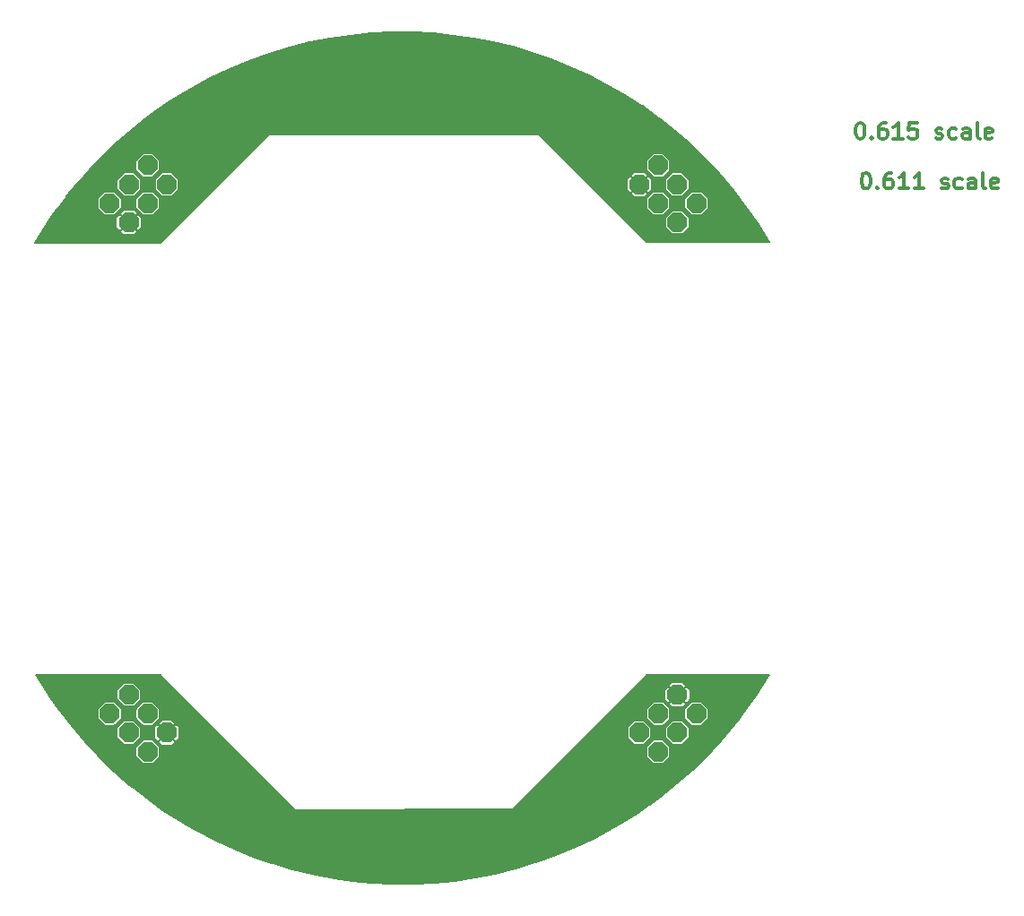
<source format=gbr>
%TF.GenerationSoftware,KiCad,Pcbnew,8.0.0*%
%TF.CreationDate,2024-04-10T23:53:27-03:00*%
%TF.ProjectId,sponsor_v1.0,73706f6e-736f-4725-9f76-312e302e6b69,rev?*%
%TF.SameCoordinates,Original*%
%TF.FileFunction,Copper,L1,Top*%
%TF.FilePolarity,Positive*%
%FSLAX46Y46*%
G04 Gerber Fmt 4.6, Leading zero omitted, Abs format (unit mm)*
G04 Created by KiCad (PCBNEW 8.0.0) date 2024-04-10 23:53:27*
%MOMM*%
%LPD*%
G01*
G04 APERTURE LIST*
G04 Aperture macros list*
%AMOutline5P*
0 Free polygon, 5 corners , with rotation*
0 The origin of the aperture is its center*
0 number of corners: always 5*
0 $1 to $10 corner X, Y*
0 $11 Rotation angle, in degrees counterclockwise*
0 create outline with 5 corners*
4,1,5,$1,$2,$3,$4,$5,$6,$7,$8,$9,$10,$1,$2,$11*%
%AMOutline6P*
0 Free polygon, 6 corners , with rotation*
0 The origin of the aperture is its center*
0 number of corners: always 6*
0 $1 to $12 corner X, Y*
0 $13 Rotation angle, in degrees counterclockwise*
0 create outline with 6 corners*
4,1,6,$1,$2,$3,$4,$5,$6,$7,$8,$9,$10,$11,$12,$1,$2,$13*%
%AMOutline7P*
0 Free polygon, 7 corners , with rotation*
0 The origin of the aperture is its center*
0 number of corners: always 7*
0 $1 to $14 corner X, Y*
0 $15 Rotation angle, in degrees counterclockwise*
0 create outline with 7 corners*
4,1,7,$1,$2,$3,$4,$5,$6,$7,$8,$9,$10,$11,$12,$13,$14,$1,$2,$15*%
%AMOutline8P*
0 Free polygon, 8 corners , with rotation*
0 The origin of the aperture is its center*
0 number of corners: always 8*
0 $1 to $16 corner X, Y*
0 $17 Rotation angle, in degrees counterclockwise*
0 create outline with 8 corners*
4,1,8,$1,$2,$3,$4,$5,$6,$7,$8,$9,$10,$11,$12,$13,$14,$15,$16,$1,$2,$17*%
G04 Aperture macros list end*
%ADD10C,0.300000*%
%TA.AperFunction,NonConductor*%
%ADD11C,0.300000*%
%TD*%
%TA.AperFunction,ComponentPad*%
%ADD12Outline8P,-0.914400X0.378757X-0.378757X0.914400X0.378757X0.914400X0.914400X0.378757X0.914400X-0.378757X0.378757X-0.914400X-0.378757X-0.914400X-0.914400X-0.378757X315.000000*%
%TD*%
%TA.AperFunction,ComponentPad*%
%ADD13Outline8P,-0.914400X0.378757X-0.378757X0.914400X0.378757X0.914400X0.914400X0.378757X0.914400X-0.378757X0.378757X-0.914400X-0.378757X-0.914400X-0.914400X-0.378757X135.000000*%
%TD*%
%TA.AperFunction,ComponentPad*%
%ADD14Outline8P,-0.914400X0.378757X-0.378757X0.914400X0.378757X0.914400X0.914400X0.378757X0.914400X-0.378757X0.378757X-0.914400X-0.378757X-0.914400X-0.914400X-0.378757X45.000000*%
%TD*%
%TA.AperFunction,ComponentPad*%
%ADD15Outline8P,-0.914400X0.378757X-0.378757X0.914400X0.378757X0.914400X0.914400X0.378757X0.914400X-0.378757X0.378757X-0.914400X-0.378757X-0.914400X-0.914400X-0.378757X225.000000*%
%TD*%
G04 APERTURE END LIST*
D10*
D11*
X197140225Y-78010828D02*
X197283082Y-78010828D01*
X197283082Y-78010828D02*
X197425939Y-78082257D01*
X197425939Y-78082257D02*
X197497368Y-78153685D01*
X197497368Y-78153685D02*
X197568796Y-78296542D01*
X197568796Y-78296542D02*
X197640225Y-78582257D01*
X197640225Y-78582257D02*
X197640225Y-78939400D01*
X197640225Y-78939400D02*
X197568796Y-79225114D01*
X197568796Y-79225114D02*
X197497368Y-79367971D01*
X197497368Y-79367971D02*
X197425939Y-79439400D01*
X197425939Y-79439400D02*
X197283082Y-79510828D01*
X197283082Y-79510828D02*
X197140225Y-79510828D01*
X197140225Y-79510828D02*
X196997368Y-79439400D01*
X196997368Y-79439400D02*
X196925939Y-79367971D01*
X196925939Y-79367971D02*
X196854510Y-79225114D01*
X196854510Y-79225114D02*
X196783082Y-78939400D01*
X196783082Y-78939400D02*
X196783082Y-78582257D01*
X196783082Y-78582257D02*
X196854510Y-78296542D01*
X196854510Y-78296542D02*
X196925939Y-78153685D01*
X196925939Y-78153685D02*
X196997368Y-78082257D01*
X196997368Y-78082257D02*
X197140225Y-78010828D01*
X198283081Y-79367971D02*
X198354510Y-79439400D01*
X198354510Y-79439400D02*
X198283081Y-79510828D01*
X198283081Y-79510828D02*
X198211653Y-79439400D01*
X198211653Y-79439400D02*
X198283081Y-79367971D01*
X198283081Y-79367971D02*
X198283081Y-79510828D01*
X199640225Y-78010828D02*
X199354510Y-78010828D01*
X199354510Y-78010828D02*
X199211653Y-78082257D01*
X199211653Y-78082257D02*
X199140225Y-78153685D01*
X199140225Y-78153685D02*
X198997367Y-78367971D01*
X198997367Y-78367971D02*
X198925939Y-78653685D01*
X198925939Y-78653685D02*
X198925939Y-79225114D01*
X198925939Y-79225114D02*
X198997367Y-79367971D01*
X198997367Y-79367971D02*
X199068796Y-79439400D01*
X199068796Y-79439400D02*
X199211653Y-79510828D01*
X199211653Y-79510828D02*
X199497367Y-79510828D01*
X199497367Y-79510828D02*
X199640225Y-79439400D01*
X199640225Y-79439400D02*
X199711653Y-79367971D01*
X199711653Y-79367971D02*
X199783082Y-79225114D01*
X199783082Y-79225114D02*
X199783082Y-78867971D01*
X199783082Y-78867971D02*
X199711653Y-78725114D01*
X199711653Y-78725114D02*
X199640225Y-78653685D01*
X199640225Y-78653685D02*
X199497367Y-78582257D01*
X199497367Y-78582257D02*
X199211653Y-78582257D01*
X199211653Y-78582257D02*
X199068796Y-78653685D01*
X199068796Y-78653685D02*
X198997367Y-78725114D01*
X198997367Y-78725114D02*
X198925939Y-78867971D01*
X201211653Y-79510828D02*
X200354510Y-79510828D01*
X200783081Y-79510828D02*
X200783081Y-78010828D01*
X200783081Y-78010828D02*
X200640224Y-78225114D01*
X200640224Y-78225114D02*
X200497367Y-78367971D01*
X200497367Y-78367971D02*
X200354510Y-78439400D01*
X202640224Y-79510828D02*
X201783081Y-79510828D01*
X202211652Y-79510828D02*
X202211652Y-78010828D01*
X202211652Y-78010828D02*
X202068795Y-78225114D01*
X202068795Y-78225114D02*
X201925938Y-78367971D01*
X201925938Y-78367971D02*
X201783081Y-78439400D01*
X204354509Y-79439400D02*
X204497366Y-79510828D01*
X204497366Y-79510828D02*
X204783080Y-79510828D01*
X204783080Y-79510828D02*
X204925937Y-79439400D01*
X204925937Y-79439400D02*
X204997366Y-79296542D01*
X204997366Y-79296542D02*
X204997366Y-79225114D01*
X204997366Y-79225114D02*
X204925937Y-79082257D01*
X204925937Y-79082257D02*
X204783080Y-79010828D01*
X204783080Y-79010828D02*
X204568795Y-79010828D01*
X204568795Y-79010828D02*
X204425937Y-78939400D01*
X204425937Y-78939400D02*
X204354509Y-78796542D01*
X204354509Y-78796542D02*
X204354509Y-78725114D01*
X204354509Y-78725114D02*
X204425937Y-78582257D01*
X204425937Y-78582257D02*
X204568795Y-78510828D01*
X204568795Y-78510828D02*
X204783080Y-78510828D01*
X204783080Y-78510828D02*
X204925937Y-78582257D01*
X206283081Y-79439400D02*
X206140223Y-79510828D01*
X206140223Y-79510828D02*
X205854509Y-79510828D01*
X205854509Y-79510828D02*
X205711652Y-79439400D01*
X205711652Y-79439400D02*
X205640223Y-79367971D01*
X205640223Y-79367971D02*
X205568795Y-79225114D01*
X205568795Y-79225114D02*
X205568795Y-78796542D01*
X205568795Y-78796542D02*
X205640223Y-78653685D01*
X205640223Y-78653685D02*
X205711652Y-78582257D01*
X205711652Y-78582257D02*
X205854509Y-78510828D01*
X205854509Y-78510828D02*
X206140223Y-78510828D01*
X206140223Y-78510828D02*
X206283081Y-78582257D01*
X207568795Y-79510828D02*
X207568795Y-78725114D01*
X207568795Y-78725114D02*
X207497366Y-78582257D01*
X207497366Y-78582257D02*
X207354509Y-78510828D01*
X207354509Y-78510828D02*
X207068795Y-78510828D01*
X207068795Y-78510828D02*
X206925937Y-78582257D01*
X207568795Y-79439400D02*
X207425937Y-79510828D01*
X207425937Y-79510828D02*
X207068795Y-79510828D01*
X207068795Y-79510828D02*
X206925937Y-79439400D01*
X206925937Y-79439400D02*
X206854509Y-79296542D01*
X206854509Y-79296542D02*
X206854509Y-79153685D01*
X206854509Y-79153685D02*
X206925937Y-79010828D01*
X206925937Y-79010828D02*
X207068795Y-78939400D01*
X207068795Y-78939400D02*
X207425937Y-78939400D01*
X207425937Y-78939400D02*
X207568795Y-78867971D01*
X208497366Y-79510828D02*
X208354509Y-79439400D01*
X208354509Y-79439400D02*
X208283080Y-79296542D01*
X208283080Y-79296542D02*
X208283080Y-78010828D01*
X209640223Y-79439400D02*
X209497366Y-79510828D01*
X209497366Y-79510828D02*
X209211652Y-79510828D01*
X209211652Y-79510828D02*
X209068794Y-79439400D01*
X209068794Y-79439400D02*
X208997366Y-79296542D01*
X208997366Y-79296542D02*
X208997366Y-78725114D01*
X208997366Y-78725114D02*
X209068794Y-78582257D01*
X209068794Y-78582257D02*
X209211652Y-78510828D01*
X209211652Y-78510828D02*
X209497366Y-78510828D01*
X209497366Y-78510828D02*
X209640223Y-78582257D01*
X209640223Y-78582257D02*
X209711652Y-78725114D01*
X209711652Y-78725114D02*
X209711652Y-78867971D01*
X209711652Y-78867971D02*
X208997366Y-79010828D01*
D10*
D11*
X196600225Y-73280828D02*
X196743082Y-73280828D01*
X196743082Y-73280828D02*
X196885939Y-73352257D01*
X196885939Y-73352257D02*
X196957368Y-73423685D01*
X196957368Y-73423685D02*
X197028796Y-73566542D01*
X197028796Y-73566542D02*
X197100225Y-73852257D01*
X197100225Y-73852257D02*
X197100225Y-74209400D01*
X197100225Y-74209400D02*
X197028796Y-74495114D01*
X197028796Y-74495114D02*
X196957368Y-74637971D01*
X196957368Y-74637971D02*
X196885939Y-74709400D01*
X196885939Y-74709400D02*
X196743082Y-74780828D01*
X196743082Y-74780828D02*
X196600225Y-74780828D01*
X196600225Y-74780828D02*
X196457368Y-74709400D01*
X196457368Y-74709400D02*
X196385939Y-74637971D01*
X196385939Y-74637971D02*
X196314510Y-74495114D01*
X196314510Y-74495114D02*
X196243082Y-74209400D01*
X196243082Y-74209400D02*
X196243082Y-73852257D01*
X196243082Y-73852257D02*
X196314510Y-73566542D01*
X196314510Y-73566542D02*
X196385939Y-73423685D01*
X196385939Y-73423685D02*
X196457368Y-73352257D01*
X196457368Y-73352257D02*
X196600225Y-73280828D01*
X197743081Y-74637971D02*
X197814510Y-74709400D01*
X197814510Y-74709400D02*
X197743081Y-74780828D01*
X197743081Y-74780828D02*
X197671653Y-74709400D01*
X197671653Y-74709400D02*
X197743081Y-74637971D01*
X197743081Y-74637971D02*
X197743081Y-74780828D01*
X199100225Y-73280828D02*
X198814510Y-73280828D01*
X198814510Y-73280828D02*
X198671653Y-73352257D01*
X198671653Y-73352257D02*
X198600225Y-73423685D01*
X198600225Y-73423685D02*
X198457367Y-73637971D01*
X198457367Y-73637971D02*
X198385939Y-73923685D01*
X198385939Y-73923685D02*
X198385939Y-74495114D01*
X198385939Y-74495114D02*
X198457367Y-74637971D01*
X198457367Y-74637971D02*
X198528796Y-74709400D01*
X198528796Y-74709400D02*
X198671653Y-74780828D01*
X198671653Y-74780828D02*
X198957367Y-74780828D01*
X198957367Y-74780828D02*
X199100225Y-74709400D01*
X199100225Y-74709400D02*
X199171653Y-74637971D01*
X199171653Y-74637971D02*
X199243082Y-74495114D01*
X199243082Y-74495114D02*
X199243082Y-74137971D01*
X199243082Y-74137971D02*
X199171653Y-73995114D01*
X199171653Y-73995114D02*
X199100225Y-73923685D01*
X199100225Y-73923685D02*
X198957367Y-73852257D01*
X198957367Y-73852257D02*
X198671653Y-73852257D01*
X198671653Y-73852257D02*
X198528796Y-73923685D01*
X198528796Y-73923685D02*
X198457367Y-73995114D01*
X198457367Y-73995114D02*
X198385939Y-74137971D01*
X200671653Y-74780828D02*
X199814510Y-74780828D01*
X200243081Y-74780828D02*
X200243081Y-73280828D01*
X200243081Y-73280828D02*
X200100224Y-73495114D01*
X200100224Y-73495114D02*
X199957367Y-73637971D01*
X199957367Y-73637971D02*
X199814510Y-73709400D01*
X202028795Y-73280828D02*
X201314509Y-73280828D01*
X201314509Y-73280828D02*
X201243081Y-73995114D01*
X201243081Y-73995114D02*
X201314509Y-73923685D01*
X201314509Y-73923685D02*
X201457367Y-73852257D01*
X201457367Y-73852257D02*
X201814509Y-73852257D01*
X201814509Y-73852257D02*
X201957367Y-73923685D01*
X201957367Y-73923685D02*
X202028795Y-73995114D01*
X202028795Y-73995114D02*
X202100224Y-74137971D01*
X202100224Y-74137971D02*
X202100224Y-74495114D01*
X202100224Y-74495114D02*
X202028795Y-74637971D01*
X202028795Y-74637971D02*
X201957367Y-74709400D01*
X201957367Y-74709400D02*
X201814509Y-74780828D01*
X201814509Y-74780828D02*
X201457367Y-74780828D01*
X201457367Y-74780828D02*
X201314509Y-74709400D01*
X201314509Y-74709400D02*
X201243081Y-74637971D01*
X203814509Y-74709400D02*
X203957366Y-74780828D01*
X203957366Y-74780828D02*
X204243080Y-74780828D01*
X204243080Y-74780828D02*
X204385937Y-74709400D01*
X204385937Y-74709400D02*
X204457366Y-74566542D01*
X204457366Y-74566542D02*
X204457366Y-74495114D01*
X204457366Y-74495114D02*
X204385937Y-74352257D01*
X204385937Y-74352257D02*
X204243080Y-74280828D01*
X204243080Y-74280828D02*
X204028795Y-74280828D01*
X204028795Y-74280828D02*
X203885937Y-74209400D01*
X203885937Y-74209400D02*
X203814509Y-74066542D01*
X203814509Y-74066542D02*
X203814509Y-73995114D01*
X203814509Y-73995114D02*
X203885937Y-73852257D01*
X203885937Y-73852257D02*
X204028795Y-73780828D01*
X204028795Y-73780828D02*
X204243080Y-73780828D01*
X204243080Y-73780828D02*
X204385937Y-73852257D01*
X205743081Y-74709400D02*
X205600223Y-74780828D01*
X205600223Y-74780828D02*
X205314509Y-74780828D01*
X205314509Y-74780828D02*
X205171652Y-74709400D01*
X205171652Y-74709400D02*
X205100223Y-74637971D01*
X205100223Y-74637971D02*
X205028795Y-74495114D01*
X205028795Y-74495114D02*
X205028795Y-74066542D01*
X205028795Y-74066542D02*
X205100223Y-73923685D01*
X205100223Y-73923685D02*
X205171652Y-73852257D01*
X205171652Y-73852257D02*
X205314509Y-73780828D01*
X205314509Y-73780828D02*
X205600223Y-73780828D01*
X205600223Y-73780828D02*
X205743081Y-73852257D01*
X207028795Y-74780828D02*
X207028795Y-73995114D01*
X207028795Y-73995114D02*
X206957366Y-73852257D01*
X206957366Y-73852257D02*
X206814509Y-73780828D01*
X206814509Y-73780828D02*
X206528795Y-73780828D01*
X206528795Y-73780828D02*
X206385937Y-73852257D01*
X207028795Y-74709400D02*
X206885937Y-74780828D01*
X206885937Y-74780828D02*
X206528795Y-74780828D01*
X206528795Y-74780828D02*
X206385937Y-74709400D01*
X206385937Y-74709400D02*
X206314509Y-74566542D01*
X206314509Y-74566542D02*
X206314509Y-74423685D01*
X206314509Y-74423685D02*
X206385937Y-74280828D01*
X206385937Y-74280828D02*
X206528795Y-74209400D01*
X206528795Y-74209400D02*
X206885937Y-74209400D01*
X206885937Y-74209400D02*
X207028795Y-74137971D01*
X207957366Y-74780828D02*
X207814509Y-74709400D01*
X207814509Y-74709400D02*
X207743080Y-74566542D01*
X207743080Y-74566542D02*
X207743080Y-73280828D01*
X209100223Y-74709400D02*
X208957366Y-74780828D01*
X208957366Y-74780828D02*
X208671652Y-74780828D01*
X208671652Y-74780828D02*
X208528794Y-74709400D01*
X208528794Y-74709400D02*
X208457366Y-74566542D01*
X208457366Y-74566542D02*
X208457366Y-73995114D01*
X208457366Y-73995114D02*
X208528794Y-73852257D01*
X208528794Y-73852257D02*
X208671652Y-73780828D01*
X208671652Y-73780828D02*
X208957366Y-73780828D01*
X208957366Y-73780828D02*
X209100223Y-73852257D01*
X209100223Y-73852257D02*
X209171652Y-73995114D01*
X209171652Y-73995114D02*
X209171652Y-74137971D01*
X209171652Y-74137971D02*
X208457366Y-74280828D01*
D12*
%TO.P,JP1,1*%
%TO.N,GND2*%
X175807023Y-79105574D03*
%TO.P,JP1,2*%
%TO.N,N/C*%
X177603074Y-77309523D03*
%TO.P,JP1,3*%
X177603074Y-80901626D03*
%TO.P,JP1,4*%
X179399126Y-79105574D03*
%TO.P,JP1,5*%
X179399126Y-82697677D03*
%TO.P,JP1,6*%
X181195177Y-80901626D03*
%TD*%
D13*
%TO.P,JP3,1*%
%TO.N,GND*%
X131195177Y-130901626D03*
%TO.P,JP3,2*%
%TO.N,N/C*%
X129399126Y-132697677D03*
%TO.P,JP3,3*%
X129399126Y-129105574D03*
%TO.P,JP3,4*%
X127603074Y-130901626D03*
%TO.P,JP3,5*%
X127603074Y-127309523D03*
%TO.P,JP3,6*%
X125807023Y-129105574D03*
%TD*%
D14*
%TO.P,JP4,6*%
%TO.N,N/C*%
X129399126Y-77309523D03*
%TO.P,JP4,5*%
X131195177Y-79105574D03*
%TO.P,JP4,4*%
X127603074Y-79105574D03*
%TO.P,JP4,3*%
X129399126Y-80901626D03*
%TO.P,JP4,2*%
X125807023Y-80901626D03*
%TO.P,JP4,1*%
%TO.N,GND2*%
X127603074Y-82697677D03*
%TD*%
D15*
%TO.P,JP2,1*%
%TO.N,GND*%
X179399126Y-127309523D03*
%TO.P,JP2,2*%
%TO.N,N/C*%
X181195177Y-129105574D03*
%TO.P,JP2,3*%
X177603074Y-129105574D03*
%TO.P,JP2,4*%
X179399126Y-130901626D03*
%TO.P,JP2,5*%
X175807023Y-130901626D03*
%TO.P,JP2,6*%
X177603074Y-132697677D03*
%TD*%
%TA.AperFunction,Conductor*%
%TO.N,GND2*%
G36*
X154376565Y-64676411D02*
G01*
X156303622Y-64768452D01*
X156305331Y-64768574D01*
X158222351Y-64952254D01*
X158224104Y-64952464D01*
X160127601Y-65226852D01*
X160129330Y-65227143D01*
X162016067Y-65591342D01*
X162017727Y-65591704D01*
X163884216Y-66044783D01*
X163885856Y-66045222D01*
X165728729Y-66586263D01*
X165730369Y-66586787D01*
X167406655Y-67166596D01*
X167546185Y-67214858D01*
X167547835Y-67215473D01*
X169333227Y-67929658D01*
X169334824Y-67930342D01*
X171086399Y-68729723D01*
X171087992Y-68730496D01*
X172802417Y-69614181D01*
X172803955Y-69615022D01*
X174477740Y-70582041D01*
X174479232Y-70582950D01*
X175625079Y-71320783D01*
X176109087Y-71632445D01*
X176110572Y-71633454D01*
X177692962Y-72764407D01*
X177694388Y-72765478D01*
X177862756Y-72898661D01*
X179226079Y-73977083D01*
X179227476Y-73978245D01*
X180704971Y-75269498D01*
X180706317Y-75270734D01*
X182126291Y-76640778D01*
X182127578Y-76642083D01*
X183468866Y-78071068D01*
X183486573Y-78089932D01*
X183487803Y-78091309D01*
X184782515Y-79616138D01*
X184783680Y-79617582D01*
X186010644Y-81218388D01*
X186011739Y-81219893D01*
X187167637Y-82895860D01*
X187168657Y-82897423D01*
X188191863Y-84553399D01*
X188196409Y-84581428D01*
X188179803Y-84604461D01*
X188160302Y-84610000D01*
X176485368Y-84610000D01*
X176459134Y-84599134D01*
X174948989Y-83088989D01*
X178357226Y-83088989D01*
X178357228Y-83089002D01*
X178364620Y-83126176D01*
X178364623Y-83126182D01*
X178385689Y-83157709D01*
X178939090Y-83711110D01*
X178970621Y-83732179D01*
X179007814Y-83739577D01*
X179790442Y-83739576D01*
X179798132Y-83738046D01*
X179827625Y-83732182D01*
X179827627Y-83732180D01*
X179827631Y-83732180D01*
X179859158Y-83711114D01*
X180412559Y-83157713D01*
X180433628Y-83126182D01*
X180441026Y-83088989D01*
X180441025Y-82306361D01*
X180440941Y-82305940D01*
X180433631Y-82269177D01*
X180433627Y-82269169D01*
X180414102Y-82239948D01*
X180412563Y-82237645D01*
X179859162Y-81684244D01*
X179859156Y-81684240D01*
X179827634Y-81663177D01*
X179827633Y-81663176D01*
X179827631Y-81663175D01*
X179827627Y-81663174D01*
X179790439Y-81655777D01*
X179007813Y-81655777D01*
X179007800Y-81655779D01*
X178970626Y-81663171D01*
X178970618Y-81663175D01*
X178939097Y-81684237D01*
X178385690Y-82237644D01*
X178364626Y-82269168D01*
X178364623Y-82269175D01*
X178357226Y-82306359D01*
X178357226Y-83088989D01*
X174948989Y-83088989D01*
X173152938Y-81292938D01*
X176561174Y-81292938D01*
X176561176Y-81292951D01*
X176568568Y-81330125D01*
X176568572Y-81330133D01*
X176576580Y-81342117D01*
X176589637Y-81361658D01*
X177143038Y-81915059D01*
X177174569Y-81936128D01*
X177211762Y-81943526D01*
X177994390Y-81943525D01*
X178002080Y-81941995D01*
X178031573Y-81936131D01*
X178031575Y-81936129D01*
X178031579Y-81936129D01*
X178063106Y-81915063D01*
X178616507Y-81361662D01*
X178637576Y-81330131D01*
X178644974Y-81292938D01*
X180153277Y-81292938D01*
X180153279Y-81292951D01*
X180160671Y-81330125D01*
X180160675Y-81330133D01*
X180168683Y-81342117D01*
X180181740Y-81361658D01*
X180735141Y-81915059D01*
X180766672Y-81936128D01*
X180803865Y-81943526D01*
X181586493Y-81943525D01*
X181594183Y-81941995D01*
X181623676Y-81936131D01*
X181623678Y-81936129D01*
X181623682Y-81936129D01*
X181655209Y-81915063D01*
X182208610Y-81361662D01*
X182229679Y-81330131D01*
X182237077Y-81292938D01*
X182237076Y-80510310D01*
X182236992Y-80509889D01*
X182229682Y-80473126D01*
X182229678Y-80473118D01*
X182208616Y-80441597D01*
X182208614Y-80441594D01*
X181655213Y-79888193D01*
X181655207Y-79888189D01*
X181623685Y-79867126D01*
X181623684Y-79867125D01*
X181623682Y-79867124D01*
X181623678Y-79867123D01*
X181586490Y-79859726D01*
X180803864Y-79859726D01*
X180803851Y-79859728D01*
X180766677Y-79867120D01*
X180766669Y-79867124D01*
X180735148Y-79888186D01*
X180181741Y-80441593D01*
X180160677Y-80473117D01*
X180160674Y-80473124D01*
X180153277Y-80510308D01*
X180153277Y-81292938D01*
X178644974Y-81292938D01*
X178644973Y-80510310D01*
X178644889Y-80509889D01*
X178637579Y-80473126D01*
X178637575Y-80473118D01*
X178616513Y-80441597D01*
X178616511Y-80441594D01*
X178063110Y-79888193D01*
X178063104Y-79888189D01*
X178031582Y-79867126D01*
X178031581Y-79867125D01*
X178031579Y-79867124D01*
X178031575Y-79867123D01*
X177994387Y-79859726D01*
X177211761Y-79859726D01*
X177211748Y-79859728D01*
X177174574Y-79867120D01*
X177174566Y-79867124D01*
X177143045Y-79888186D01*
X176589638Y-80441593D01*
X176568574Y-80473117D01*
X176568571Y-80473124D01*
X176561174Y-80510308D01*
X176561174Y-81292938D01*
X173152938Y-81292938D01*
X171394073Y-79534073D01*
X171364269Y-79504269D01*
X174690223Y-79504269D01*
X174701967Y-79563305D01*
X174735407Y-79613350D01*
X174945767Y-79823710D01*
X175382754Y-79386721D01*
X175400521Y-79417494D01*
X175495103Y-79512076D01*
X175525873Y-79529841D01*
X175088886Y-79966829D01*
X175299247Y-80177190D01*
X175349292Y-80210628D01*
X175349294Y-80210629D01*
X175408326Y-80222373D01*
X175408332Y-80222374D01*
X176205713Y-80222374D01*
X176205718Y-80222373D01*
X176264754Y-80210629D01*
X176314799Y-80177189D01*
X176525159Y-79966829D01*
X176088171Y-79529841D01*
X176118943Y-79512076D01*
X176213525Y-79417494D01*
X176231290Y-79386722D01*
X176668278Y-79823710D01*
X176878639Y-79613349D01*
X176912077Y-79563304D01*
X176912078Y-79563302D01*
X176923822Y-79504270D01*
X176923823Y-79504264D01*
X176923823Y-79496886D01*
X178357226Y-79496886D01*
X178357228Y-79496899D01*
X178364620Y-79534073D01*
X178364623Y-79534079D01*
X178385689Y-79565606D01*
X178939090Y-80119007D01*
X178970621Y-80140076D01*
X179007814Y-80147474D01*
X179790442Y-80147473D01*
X179798132Y-80145943D01*
X179827625Y-80140079D01*
X179827627Y-80140077D01*
X179827631Y-80140077D01*
X179859158Y-80119011D01*
X180412559Y-79565610D01*
X180433628Y-79534079D01*
X180441026Y-79496886D01*
X180441025Y-78714258D01*
X180440941Y-78713837D01*
X180433631Y-78677074D01*
X180433627Y-78677066D01*
X180414102Y-78647845D01*
X180412563Y-78645542D01*
X179859162Y-78092141D01*
X179859156Y-78092137D01*
X179827634Y-78071074D01*
X179827633Y-78071073D01*
X179827631Y-78071072D01*
X179827627Y-78071071D01*
X179790439Y-78063674D01*
X179007813Y-78063674D01*
X179007800Y-78063676D01*
X178970626Y-78071068D01*
X178970618Y-78071072D01*
X178939097Y-78092134D01*
X178385690Y-78645541D01*
X178364626Y-78677065D01*
X178364623Y-78677072D01*
X178357226Y-78714256D01*
X178357226Y-79496886D01*
X176923823Y-79496886D01*
X176923823Y-78706884D01*
X176923822Y-78706878D01*
X176912078Y-78647842D01*
X176878638Y-78597797D01*
X176668278Y-78387437D01*
X176231290Y-78824424D01*
X176213525Y-78793654D01*
X176118943Y-78699072D01*
X176088170Y-78681305D01*
X176525159Y-78244318D01*
X176314798Y-78033957D01*
X176264753Y-78000519D01*
X176264751Y-78000518D01*
X176205719Y-77988774D01*
X175408327Y-77988774D01*
X175349291Y-78000518D01*
X175299246Y-78033958D01*
X175088886Y-78244318D01*
X175525874Y-78681306D01*
X175495103Y-78699072D01*
X175400521Y-78793654D01*
X175382755Y-78824425D01*
X174945766Y-78387437D01*
X174735408Y-78597795D01*
X174701968Y-78647843D01*
X174701967Y-78647845D01*
X174690223Y-78706877D01*
X174690223Y-79504269D01*
X171364269Y-79504269D01*
X169560835Y-77700835D01*
X176561174Y-77700835D01*
X176561176Y-77700848D01*
X176568568Y-77738022D01*
X176568571Y-77738028D01*
X176589637Y-77769555D01*
X177143038Y-78322956D01*
X177174569Y-78344025D01*
X177211762Y-78351423D01*
X177994390Y-78351422D01*
X178002080Y-78349892D01*
X178031573Y-78344028D01*
X178031575Y-78344026D01*
X178031579Y-78344026D01*
X178063106Y-78322960D01*
X178616507Y-77769559D01*
X178637576Y-77738028D01*
X178644974Y-77700835D01*
X178644973Y-76918207D01*
X178644889Y-76917786D01*
X178637579Y-76881023D01*
X178637575Y-76881015D01*
X178616513Y-76849494D01*
X178616511Y-76849491D01*
X178063110Y-76296090D01*
X178063104Y-76296086D01*
X178031582Y-76275023D01*
X178031581Y-76275022D01*
X178031579Y-76275021D01*
X178031575Y-76275020D01*
X177994387Y-76267623D01*
X177211761Y-76267623D01*
X177211748Y-76267625D01*
X177174574Y-76275017D01*
X177174566Y-76275021D01*
X177143045Y-76296083D01*
X176589638Y-76849490D01*
X176568574Y-76881014D01*
X176568571Y-76881021D01*
X176561174Y-76918205D01*
X176561174Y-77700835D01*
X169560835Y-77700835D01*
X166310000Y-74450000D01*
X166309999Y-74450000D01*
X140850000Y-74450000D01*
X130700883Y-84679031D01*
X130674692Y-84690000D01*
X118701500Y-84690000D01*
X118675266Y-84679134D01*
X118664400Y-84652900D01*
X118669768Y-84633677D01*
X119193401Y-83769292D01*
X119337298Y-83531753D01*
X119337913Y-83530775D01*
X119620965Y-83096372D01*
X126486274Y-83096372D01*
X126498018Y-83155408D01*
X126531458Y-83205453D01*
X126741818Y-83415813D01*
X127178805Y-82978824D01*
X127196572Y-83009597D01*
X127291154Y-83104179D01*
X127321924Y-83121944D01*
X126884937Y-83558932D01*
X127095298Y-83769293D01*
X127145343Y-83802731D01*
X127145345Y-83802732D01*
X127204377Y-83814476D01*
X127204383Y-83814477D01*
X128001764Y-83814477D01*
X128001769Y-83814476D01*
X128060805Y-83802732D01*
X128110850Y-83769292D01*
X128321210Y-83558932D01*
X127884222Y-83121944D01*
X127914994Y-83104179D01*
X128009576Y-83009597D01*
X128027341Y-82978825D01*
X128464329Y-83415813D01*
X128674690Y-83205452D01*
X128708128Y-83155407D01*
X128708129Y-83155405D01*
X128719873Y-83096373D01*
X128719874Y-83096367D01*
X128719874Y-82298987D01*
X128719873Y-82298981D01*
X128708129Y-82239945D01*
X128674689Y-82189900D01*
X128464329Y-81979540D01*
X128027341Y-82416527D01*
X128009576Y-82385757D01*
X127914994Y-82291175D01*
X127884221Y-82273408D01*
X128321210Y-81836421D01*
X128110849Y-81626060D01*
X128060804Y-81592622D01*
X128060802Y-81592621D01*
X128001770Y-81580877D01*
X127204378Y-81580877D01*
X127145342Y-81592621D01*
X127095297Y-81626061D01*
X126884937Y-81836421D01*
X127321925Y-82273409D01*
X127291154Y-82291175D01*
X127196572Y-82385757D01*
X127178806Y-82416528D01*
X126741817Y-81979540D01*
X126531459Y-82189898D01*
X126498019Y-82239946D01*
X126498018Y-82239948D01*
X126486274Y-82298980D01*
X126486274Y-83096372D01*
X119620965Y-83096372D01*
X120059154Y-82423879D01*
X120059804Y-82422918D01*
X120815670Y-81342063D01*
X120816304Y-81341188D01*
X120852454Y-81292938D01*
X124765123Y-81292938D01*
X124765125Y-81292951D01*
X124772517Y-81330125D01*
X124772521Y-81330133D01*
X124780529Y-81342117D01*
X124793586Y-81361658D01*
X125346987Y-81915059D01*
X125378518Y-81936128D01*
X125415711Y-81943526D01*
X126198339Y-81943525D01*
X126206029Y-81941995D01*
X126235522Y-81936131D01*
X126235524Y-81936129D01*
X126235528Y-81936129D01*
X126267055Y-81915063D01*
X126820456Y-81361662D01*
X126841525Y-81330131D01*
X126848923Y-81292938D01*
X128357226Y-81292938D01*
X128357228Y-81292951D01*
X128364620Y-81330125D01*
X128364624Y-81330133D01*
X128372632Y-81342117D01*
X128385689Y-81361658D01*
X128939090Y-81915059D01*
X128970621Y-81936128D01*
X129007814Y-81943526D01*
X129790442Y-81943525D01*
X129798132Y-81941995D01*
X129827625Y-81936131D01*
X129827627Y-81936129D01*
X129827631Y-81936129D01*
X129859158Y-81915063D01*
X130412559Y-81361662D01*
X130433628Y-81330131D01*
X130441026Y-81292938D01*
X130441025Y-80510310D01*
X130440941Y-80509889D01*
X130433631Y-80473126D01*
X130433627Y-80473118D01*
X130412565Y-80441597D01*
X130412563Y-80441594D01*
X129859162Y-79888193D01*
X129859156Y-79888189D01*
X129827634Y-79867126D01*
X129827633Y-79867125D01*
X129827631Y-79867124D01*
X129827627Y-79867123D01*
X129790439Y-79859726D01*
X129007813Y-79859726D01*
X129007800Y-79859728D01*
X128970626Y-79867120D01*
X128970618Y-79867124D01*
X128939097Y-79888186D01*
X128385690Y-80441593D01*
X128364626Y-80473117D01*
X128364623Y-80473124D01*
X128357226Y-80510308D01*
X128357226Y-81292938D01*
X126848923Y-81292938D01*
X126848922Y-80510310D01*
X126848838Y-80509889D01*
X126841528Y-80473126D01*
X126841524Y-80473118D01*
X126820462Y-80441597D01*
X126820460Y-80441594D01*
X126267059Y-79888193D01*
X126267053Y-79888189D01*
X126235531Y-79867126D01*
X126235530Y-79867125D01*
X126235528Y-79867124D01*
X126235524Y-79867123D01*
X126198336Y-79859726D01*
X125415710Y-79859726D01*
X125415697Y-79859728D01*
X125378523Y-79867120D01*
X125378515Y-79867124D01*
X125346994Y-79888186D01*
X124793587Y-80441593D01*
X124772523Y-80473117D01*
X124772520Y-80473124D01*
X124765123Y-80510308D01*
X124765123Y-81292938D01*
X120852454Y-81292938D01*
X121605970Y-80287211D01*
X121606710Y-80286258D01*
X121624942Y-80263513D01*
X122239448Y-79496886D01*
X126561174Y-79496886D01*
X126561176Y-79496899D01*
X126568568Y-79534073D01*
X126568571Y-79534079D01*
X126589637Y-79565606D01*
X127143038Y-80119007D01*
X127174569Y-80140076D01*
X127211762Y-80147474D01*
X127994390Y-80147473D01*
X128002080Y-80145943D01*
X128031573Y-80140079D01*
X128031575Y-80140077D01*
X128031579Y-80140077D01*
X128063106Y-80119011D01*
X128616507Y-79565610D01*
X128637576Y-79534079D01*
X128644974Y-79496886D01*
X130153277Y-79496886D01*
X130153279Y-79496899D01*
X130160671Y-79534073D01*
X130160674Y-79534079D01*
X130181740Y-79565606D01*
X130735141Y-80119007D01*
X130766672Y-80140076D01*
X130803865Y-80147474D01*
X131586493Y-80147473D01*
X131594183Y-80145943D01*
X131623676Y-80140079D01*
X131623678Y-80140077D01*
X131623682Y-80140077D01*
X131655209Y-80119011D01*
X132208610Y-79565610D01*
X132229679Y-79534079D01*
X132237077Y-79496886D01*
X132237076Y-78714258D01*
X132236992Y-78713837D01*
X132229682Y-78677074D01*
X132229678Y-78677066D01*
X132210153Y-78647845D01*
X132208614Y-78645542D01*
X131655213Y-78092141D01*
X131655207Y-78092137D01*
X131623685Y-78071074D01*
X131623684Y-78071073D01*
X131623682Y-78071072D01*
X131623678Y-78071071D01*
X131586490Y-78063674D01*
X130803864Y-78063674D01*
X130803851Y-78063676D01*
X130766677Y-78071068D01*
X130766669Y-78071072D01*
X130735148Y-78092134D01*
X130181741Y-78645541D01*
X130160677Y-78677065D01*
X130160674Y-78677072D01*
X130153277Y-78714256D01*
X130153277Y-79496886D01*
X128644974Y-79496886D01*
X128644973Y-78714258D01*
X128644889Y-78713837D01*
X128637579Y-78677074D01*
X128637575Y-78677066D01*
X128618050Y-78647845D01*
X128616511Y-78645542D01*
X128063110Y-78092141D01*
X128063104Y-78092137D01*
X128031582Y-78071074D01*
X128031581Y-78071073D01*
X128031579Y-78071072D01*
X128031575Y-78071071D01*
X127994387Y-78063674D01*
X127211761Y-78063674D01*
X127211748Y-78063676D01*
X127174574Y-78071068D01*
X127174566Y-78071072D01*
X127143045Y-78092134D01*
X126589638Y-78645541D01*
X126568574Y-78677065D01*
X126568571Y-78677072D01*
X126561174Y-78714256D01*
X126561174Y-79496886D01*
X122239448Y-79496886D01*
X122429521Y-79259760D01*
X122430205Y-79258934D01*
X123285469Y-78260584D01*
X123286171Y-78259792D01*
X123797563Y-77700835D01*
X128357226Y-77700835D01*
X128357228Y-77700848D01*
X128364620Y-77738022D01*
X128364623Y-77738028D01*
X128385689Y-77769555D01*
X128939090Y-78322956D01*
X128970621Y-78344025D01*
X129007814Y-78351423D01*
X129790442Y-78351422D01*
X129798132Y-78349892D01*
X129827625Y-78344028D01*
X129827627Y-78344026D01*
X129827631Y-78344026D01*
X129859158Y-78322960D01*
X130412559Y-77769559D01*
X130433628Y-77738028D01*
X130441026Y-77700835D01*
X130441025Y-76918207D01*
X130440941Y-76917786D01*
X130433631Y-76881023D01*
X130433627Y-76881015D01*
X130412565Y-76849494D01*
X130412563Y-76849491D01*
X129859162Y-76296090D01*
X129859156Y-76296086D01*
X129827634Y-76275023D01*
X129827633Y-76275022D01*
X129827631Y-76275021D01*
X129827627Y-76275020D01*
X129790439Y-76267623D01*
X129007813Y-76267623D01*
X129007800Y-76267625D01*
X128970626Y-76275017D01*
X128970618Y-76275021D01*
X128939097Y-76296083D01*
X128385690Y-76849490D01*
X128364626Y-76881014D01*
X128364623Y-76881021D01*
X128357226Y-76918205D01*
X128357226Y-77700835D01*
X123797563Y-77700835D01*
X124173031Y-77290445D01*
X124173809Y-77289622D01*
X125091563Y-76349944D01*
X125092339Y-76349175D01*
X126040282Y-75439850D01*
X126041106Y-75439085D01*
X127018484Y-74560841D01*
X127019303Y-74560129D01*
X128025386Y-73713672D01*
X128026265Y-73712957D01*
X129060299Y-72899016D01*
X129061220Y-72898315D01*
X130122473Y-72117596D01*
X130123420Y-72116922D01*
X131211199Y-71370104D01*
X131212117Y-71369496D01*
X132325661Y-70657314D01*
X132326589Y-70656741D01*
X133464952Y-69980028D01*
X133466219Y-69979310D01*
X135280321Y-69002520D01*
X135281924Y-69001708D01*
X137123046Y-68126799D01*
X137124705Y-68126061D01*
X138989629Y-67352008D01*
X138991330Y-67351352D01*
X140876707Y-66677217D01*
X140878421Y-66676651D01*
X142780887Y-66101501D01*
X142782590Y-66101032D01*
X144698754Y-65623951D01*
X144700514Y-65623558D01*
X146626957Y-65243631D01*
X146628662Y-65243338D01*
X148562029Y-64959640D01*
X148563762Y-64959428D01*
X150500655Y-64771042D01*
X150502377Y-64770917D01*
X152439377Y-64676927D01*
X152441101Y-64676884D01*
X154374804Y-64676370D01*
X154376565Y-64676411D01*
G37*
%TD.AperFunction*%
%TD*%
%TA.AperFunction,Conductor*%
%TO.N,GND*%
G36*
X130710848Y-125410865D02*
G01*
X131889511Y-126591386D01*
X143389998Y-138109999D01*
X143390000Y-138110000D01*
X163770000Y-138100000D01*
X168110310Y-133732176D01*
X168749446Y-133088989D01*
X176561174Y-133088989D01*
X176561176Y-133089002D01*
X176568568Y-133126176D01*
X176568571Y-133126182D01*
X176589637Y-133157709D01*
X177143038Y-133711110D01*
X177174569Y-133732179D01*
X177211762Y-133739577D01*
X177994390Y-133739576D01*
X178002080Y-133738046D01*
X178031573Y-133732182D01*
X178031575Y-133732180D01*
X178031579Y-133732180D01*
X178063106Y-133711114D01*
X178616507Y-133157713D01*
X178637576Y-133126182D01*
X178644974Y-133088989D01*
X178644973Y-132306361D01*
X178644889Y-132305940D01*
X178637579Y-132269177D01*
X178637575Y-132269169D01*
X178616513Y-132237648D01*
X178616511Y-132237645D01*
X178063110Y-131684244D01*
X178063104Y-131684240D01*
X178031582Y-131663177D01*
X178031581Y-131663176D01*
X178031579Y-131663175D01*
X178031575Y-131663174D01*
X177994387Y-131655777D01*
X177211761Y-131655777D01*
X177211748Y-131655779D01*
X177174574Y-131663171D01*
X177174566Y-131663175D01*
X177143045Y-131684237D01*
X176589638Y-132237644D01*
X176568574Y-132269168D01*
X176568571Y-132269175D01*
X176561174Y-132306359D01*
X176561174Y-133088989D01*
X168749446Y-133088989D01*
X170534183Y-131292938D01*
X174765123Y-131292938D01*
X174765125Y-131292951D01*
X174772517Y-131330125D01*
X174772520Y-131330131D01*
X174793586Y-131361658D01*
X175346987Y-131915059D01*
X175378518Y-131936128D01*
X175415711Y-131943526D01*
X176198339Y-131943525D01*
X176206029Y-131941995D01*
X176235522Y-131936131D01*
X176235524Y-131936129D01*
X176235528Y-131936129D01*
X176267055Y-131915063D01*
X176820456Y-131361662D01*
X176841525Y-131330131D01*
X176848923Y-131292938D01*
X178357226Y-131292938D01*
X178357228Y-131292951D01*
X178364620Y-131330125D01*
X178364623Y-131330131D01*
X178385689Y-131361658D01*
X178939090Y-131915059D01*
X178970621Y-131936128D01*
X179007814Y-131943526D01*
X179790442Y-131943525D01*
X179798132Y-131941995D01*
X179827625Y-131936131D01*
X179827627Y-131936129D01*
X179827631Y-131936129D01*
X179859158Y-131915063D01*
X180412559Y-131361662D01*
X180433628Y-131330131D01*
X180441026Y-131292938D01*
X180441025Y-130510310D01*
X180440941Y-130509889D01*
X180433631Y-130473126D01*
X180433627Y-130473118D01*
X180414102Y-130443897D01*
X180412563Y-130441594D01*
X179859162Y-129888193D01*
X179859156Y-129888189D01*
X179827634Y-129867126D01*
X179827633Y-129867125D01*
X179827631Y-129867124D01*
X179827627Y-129867123D01*
X179790439Y-129859726D01*
X179007813Y-129859726D01*
X179007800Y-129859728D01*
X178970626Y-129867120D01*
X178970618Y-129867124D01*
X178939097Y-129888186D01*
X178385690Y-130441593D01*
X178364626Y-130473117D01*
X178364623Y-130473124D01*
X178357226Y-130510308D01*
X178357226Y-131292938D01*
X176848923Y-131292938D01*
X176848922Y-130510310D01*
X176848838Y-130509889D01*
X176841528Y-130473126D01*
X176841524Y-130473118D01*
X176821999Y-130443897D01*
X176820460Y-130441594D01*
X176267059Y-129888193D01*
X176267053Y-129888189D01*
X176235531Y-129867126D01*
X176235530Y-129867125D01*
X176235528Y-129867124D01*
X176235524Y-129867123D01*
X176198336Y-129859726D01*
X175415710Y-129859726D01*
X175415697Y-129859728D01*
X175378523Y-129867120D01*
X175378515Y-129867124D01*
X175346994Y-129888186D01*
X174793587Y-130441593D01*
X174772523Y-130473117D01*
X174772520Y-130473124D01*
X174765123Y-130510308D01*
X174765123Y-131292938D01*
X170534183Y-131292938D01*
X172318921Y-129496886D01*
X176561174Y-129496886D01*
X176561176Y-129496899D01*
X176568568Y-129534073D01*
X176568571Y-129534079D01*
X176589637Y-129565606D01*
X177143038Y-130119007D01*
X177174569Y-130140076D01*
X177211762Y-130147474D01*
X177994390Y-130147473D01*
X178002080Y-130145943D01*
X178031573Y-130140079D01*
X178031575Y-130140077D01*
X178031579Y-130140077D01*
X178063106Y-130119011D01*
X178616507Y-129565610D01*
X178637576Y-129534079D01*
X178644974Y-129496886D01*
X180153277Y-129496886D01*
X180153279Y-129496899D01*
X180160671Y-129534073D01*
X180160674Y-129534079D01*
X180181740Y-129565606D01*
X180735141Y-130119007D01*
X180766672Y-130140076D01*
X180803865Y-130147474D01*
X181586493Y-130147473D01*
X181594183Y-130145943D01*
X181623676Y-130140079D01*
X181623678Y-130140077D01*
X181623682Y-130140077D01*
X181655209Y-130119011D01*
X182208610Y-129565610D01*
X182229679Y-129534079D01*
X182237077Y-129496886D01*
X182237076Y-128714258D01*
X182233614Y-128696849D01*
X182229682Y-128677074D01*
X182229678Y-128677066D01*
X182208616Y-128645545D01*
X182208614Y-128645542D01*
X181655213Y-128092141D01*
X181655207Y-128092137D01*
X181623685Y-128071074D01*
X181623684Y-128071073D01*
X181623682Y-128071072D01*
X181623678Y-128071071D01*
X181586490Y-128063674D01*
X180803864Y-128063674D01*
X180803851Y-128063676D01*
X180766677Y-128071068D01*
X180766669Y-128071072D01*
X180735148Y-128092134D01*
X180181741Y-128645541D01*
X180160677Y-128677065D01*
X180160674Y-128677072D01*
X180153277Y-128714256D01*
X180153277Y-129496886D01*
X178644974Y-129496886D01*
X178644973Y-128714258D01*
X178641511Y-128696849D01*
X178637579Y-128677074D01*
X178637575Y-128677066D01*
X178616513Y-128645545D01*
X178616511Y-128645542D01*
X178063110Y-128092141D01*
X178063104Y-128092137D01*
X178031582Y-128071074D01*
X178031581Y-128071073D01*
X178031579Y-128071072D01*
X178031575Y-128071071D01*
X177994387Y-128063674D01*
X177211761Y-128063674D01*
X177211748Y-128063676D01*
X177174574Y-128071068D01*
X177174566Y-128071072D01*
X177143045Y-128092134D01*
X176589638Y-128645541D01*
X176568574Y-128677065D01*
X176568571Y-128677072D01*
X176561174Y-128714256D01*
X176561174Y-129496886D01*
X172318921Y-129496886D01*
X174096322Y-127708218D01*
X178282326Y-127708218D01*
X178294070Y-127767254D01*
X178327510Y-127817299D01*
X178537870Y-128027659D01*
X178974857Y-127590670D01*
X178992624Y-127621443D01*
X179087206Y-127716025D01*
X179117976Y-127733790D01*
X178680989Y-128170778D01*
X178891350Y-128381139D01*
X178941395Y-128414577D01*
X178941397Y-128414578D01*
X179000429Y-128426322D01*
X179000435Y-128426323D01*
X179797816Y-128426323D01*
X179797821Y-128426322D01*
X179856857Y-128414578D01*
X179906902Y-128381138D01*
X180117262Y-128170778D01*
X179680274Y-127733790D01*
X179711046Y-127716025D01*
X179805628Y-127621443D01*
X179823393Y-127590671D01*
X180260381Y-128027659D01*
X180470742Y-127817298D01*
X180504180Y-127767253D01*
X180504181Y-127767251D01*
X180515925Y-127708219D01*
X180515926Y-127708213D01*
X180515926Y-126910833D01*
X180515925Y-126910827D01*
X180504181Y-126851791D01*
X180470741Y-126801746D01*
X180260381Y-126591386D01*
X179823393Y-127028373D01*
X179805628Y-126997603D01*
X179711046Y-126903021D01*
X179680273Y-126885254D01*
X180117262Y-126448267D01*
X179906901Y-126237906D01*
X179856856Y-126204468D01*
X179856854Y-126204467D01*
X179797822Y-126192723D01*
X179000430Y-126192723D01*
X178941394Y-126204467D01*
X178891349Y-126237907D01*
X178680989Y-126448267D01*
X179117977Y-126885255D01*
X179087206Y-126903021D01*
X178992624Y-126997603D01*
X178974858Y-127028374D01*
X178537869Y-126591386D01*
X178327511Y-126801744D01*
X178294071Y-126851792D01*
X178294070Y-126851794D01*
X178282326Y-126910826D01*
X178282326Y-127708218D01*
X174096322Y-127708218D01*
X176379120Y-125410949D01*
X176405319Y-125400000D01*
X188113632Y-125400000D01*
X188139866Y-125410866D01*
X188150732Y-125437100D01*
X188145344Y-125456356D01*
X187564324Y-126413212D01*
X187563679Y-126414235D01*
X186842501Y-127519066D01*
X186841825Y-127520066D01*
X186086093Y-128599401D01*
X186085385Y-128600378D01*
X185295859Y-129653397D01*
X185295121Y-129654349D01*
X184472584Y-130680218D01*
X184471815Y-130681145D01*
X183617063Y-131679019D01*
X183616265Y-131679921D01*
X182729958Y-132649103D01*
X182729131Y-132649979D01*
X181812094Y-133589590D01*
X181811238Y-133590439D01*
X180864222Y-134499683D01*
X180863337Y-134500505D01*
X179887105Y-135378571D01*
X179886193Y-135379365D01*
X178881484Y-136225466D01*
X178880544Y-136226231D01*
X177848150Y-137039530D01*
X177847184Y-137040266D01*
X176787825Y-137819992D01*
X176786832Y-137820698D01*
X175701315Y-138566006D01*
X175700297Y-138566681D01*
X174589328Y-139276802D01*
X174588284Y-139277445D01*
X173452911Y-139951401D01*
X173451531Y-139952181D01*
X171636037Y-140927456D01*
X171634373Y-140928296D01*
X169791973Y-141801779D01*
X169790274Y-141802534D01*
X167924069Y-142575293D01*
X167922339Y-142575959D01*
X166035767Y-143248887D01*
X166034014Y-143249463D01*
X164130489Y-143823472D01*
X164128718Y-143823959D01*
X162211566Y-144299987D01*
X162209783Y-144300383D01*
X160282431Y-144679334D01*
X160280641Y-144679641D01*
X158346428Y-144962443D01*
X158344635Y-144962660D01*
X156407010Y-145150218D01*
X156405219Y-145150348D01*
X154467528Y-145243585D01*
X154465742Y-145243628D01*
X152531361Y-145243459D01*
X152529583Y-145243416D01*
X150601954Y-145150753D01*
X150600187Y-145150626D01*
X148682647Y-144966387D01*
X148680894Y-144966176D01*
X147033386Y-144728313D01*
X146776865Y-144691277D01*
X146775138Y-144690985D01*
X146123432Y-144565059D01*
X144888014Y-144326345D01*
X144886295Y-144325971D01*
X143019425Y-143872494D01*
X143017727Y-143872038D01*
X141174571Y-143330662D01*
X141172895Y-143330127D01*
X141070924Y-143294845D01*
X139356744Y-142701737D01*
X139355112Y-142701128D01*
X137698192Y-142038183D01*
X137569452Y-141986673D01*
X137567829Y-141985978D01*
X135816040Y-141186374D01*
X135814446Y-141185600D01*
X134099846Y-140301729D01*
X134098285Y-140300876D01*
X132991729Y-139661524D01*
X132424348Y-139333700D01*
X132422844Y-139332782D01*
X131623699Y-138818175D01*
X130792881Y-138283171D01*
X130791394Y-138282162D01*
X129208868Y-137151082D01*
X129207424Y-137149996D01*
X128039146Y-136225846D01*
X127675659Y-135938314D01*
X127674271Y-135937160D01*
X127072145Y-135410930D01*
X126247696Y-134690399D01*
X126196723Y-134645851D01*
X126195377Y-134644615D01*
X124775378Y-133274544D01*
X124774087Y-133273236D01*
X124601147Y-133088989D01*
X128357226Y-133088989D01*
X128357228Y-133089002D01*
X128364620Y-133126176D01*
X128364623Y-133126182D01*
X128385689Y-133157709D01*
X128939090Y-133711110D01*
X128970621Y-133732179D01*
X129007814Y-133739577D01*
X129790442Y-133739576D01*
X129798132Y-133738046D01*
X129827625Y-133732182D01*
X129827627Y-133732180D01*
X129827631Y-133732180D01*
X129859158Y-133711114D01*
X130412559Y-133157713D01*
X130433628Y-133126182D01*
X130441026Y-133088989D01*
X130441025Y-132306361D01*
X130440941Y-132305940D01*
X130433631Y-132269177D01*
X130433627Y-132269169D01*
X130412565Y-132237648D01*
X130412563Y-132237645D01*
X129859162Y-131684244D01*
X129859156Y-131684240D01*
X129827634Y-131663177D01*
X129827633Y-131663176D01*
X129827631Y-131663175D01*
X129827627Y-131663174D01*
X129790439Y-131655777D01*
X129007813Y-131655777D01*
X129007800Y-131655779D01*
X128970626Y-131663171D01*
X128970618Y-131663175D01*
X128939097Y-131684237D01*
X128385690Y-132237644D01*
X128364626Y-132269168D01*
X128364623Y-132269175D01*
X128357226Y-132306359D01*
X128357226Y-133088989D01*
X124601147Y-133088989D01*
X123415027Y-131825320D01*
X123413797Y-131823942D01*
X122962927Y-131292938D01*
X126561174Y-131292938D01*
X126561176Y-131292951D01*
X126568568Y-131330125D01*
X126568571Y-131330131D01*
X126589637Y-131361658D01*
X127143038Y-131915059D01*
X127174569Y-131936128D01*
X127211762Y-131943526D01*
X127994390Y-131943525D01*
X128002080Y-131941995D01*
X128031573Y-131936131D01*
X128031575Y-131936129D01*
X128031579Y-131936129D01*
X128063106Y-131915063D01*
X128616507Y-131361662D01*
X128637576Y-131330131D01*
X128643505Y-131300321D01*
X130078377Y-131300321D01*
X130090121Y-131359357D01*
X130123561Y-131409402D01*
X130333921Y-131619762D01*
X130770908Y-131182773D01*
X130788675Y-131213546D01*
X130883257Y-131308128D01*
X130914027Y-131325893D01*
X130477040Y-131762881D01*
X130687401Y-131973242D01*
X130737446Y-132006680D01*
X130737448Y-132006681D01*
X130796480Y-132018425D01*
X130796486Y-132018426D01*
X131593867Y-132018426D01*
X131593872Y-132018425D01*
X131652908Y-132006681D01*
X131702953Y-131973241D01*
X131913313Y-131762881D01*
X131476325Y-131325893D01*
X131507097Y-131308128D01*
X131601679Y-131213546D01*
X131619444Y-131182774D01*
X132056432Y-131619762D01*
X132266793Y-131409401D01*
X132300231Y-131359356D01*
X132300232Y-131359354D01*
X132311976Y-131300322D01*
X132311977Y-131300316D01*
X132311977Y-130502936D01*
X132311976Y-130502930D01*
X132300232Y-130443894D01*
X132266792Y-130393849D01*
X132056432Y-130183489D01*
X131619444Y-130620476D01*
X131601679Y-130589706D01*
X131507097Y-130495124D01*
X131476324Y-130477357D01*
X131913313Y-130040370D01*
X131702952Y-129830009D01*
X131652907Y-129796571D01*
X131652905Y-129796570D01*
X131593873Y-129784826D01*
X130796481Y-129784826D01*
X130737445Y-129796570D01*
X130687400Y-129830010D01*
X130477040Y-130040370D01*
X130914028Y-130477358D01*
X130883257Y-130495124D01*
X130788675Y-130589706D01*
X130770909Y-130620477D01*
X130333920Y-130183489D01*
X130123562Y-130393847D01*
X130090122Y-130443895D01*
X130090121Y-130443897D01*
X130078377Y-130502929D01*
X130078377Y-131300321D01*
X128643505Y-131300321D01*
X128644974Y-131292938D01*
X128644973Y-130510310D01*
X128644889Y-130509889D01*
X128637579Y-130473126D01*
X128637575Y-130473118D01*
X128618050Y-130443897D01*
X128616511Y-130441594D01*
X128063110Y-129888193D01*
X128063104Y-129888189D01*
X128031582Y-129867126D01*
X128031581Y-129867125D01*
X128031579Y-129867124D01*
X128031575Y-129867123D01*
X127994387Y-129859726D01*
X127211761Y-129859726D01*
X127211748Y-129859728D01*
X127174574Y-129867120D01*
X127174566Y-129867124D01*
X127143045Y-129888186D01*
X126589638Y-130441593D01*
X126568574Y-130473117D01*
X126568571Y-130473124D01*
X126561174Y-130510308D01*
X126561174Y-131292938D01*
X122962927Y-131292938D01*
X122119095Y-130299129D01*
X122117930Y-130297685D01*
X121504143Y-129496886D01*
X124765123Y-129496886D01*
X124765125Y-129496899D01*
X124772517Y-129534073D01*
X124772520Y-129534079D01*
X124793586Y-129565606D01*
X125346987Y-130119007D01*
X125378518Y-130140076D01*
X125415711Y-130147474D01*
X126198339Y-130147473D01*
X126206029Y-130145943D01*
X126235522Y-130140079D01*
X126235524Y-130140077D01*
X126235528Y-130140077D01*
X126267055Y-130119011D01*
X126820456Y-129565610D01*
X126841525Y-129534079D01*
X126848923Y-129496886D01*
X128357226Y-129496886D01*
X128357228Y-129496899D01*
X128364620Y-129534073D01*
X128364623Y-129534079D01*
X128385689Y-129565606D01*
X128939090Y-130119007D01*
X128970621Y-130140076D01*
X129007814Y-130147474D01*
X129790442Y-130147473D01*
X129798132Y-130145943D01*
X129827625Y-130140079D01*
X129827627Y-130140077D01*
X129827631Y-130140077D01*
X129859158Y-130119011D01*
X130412559Y-129565610D01*
X130433628Y-129534079D01*
X130441026Y-129496886D01*
X130441025Y-128714258D01*
X130437563Y-128696849D01*
X130433631Y-128677074D01*
X130433627Y-128677066D01*
X130412565Y-128645545D01*
X130412563Y-128645542D01*
X129859162Y-128092141D01*
X129859156Y-128092137D01*
X129827634Y-128071074D01*
X129827633Y-128071073D01*
X129827631Y-128071072D01*
X129827627Y-128071071D01*
X129790439Y-128063674D01*
X129007813Y-128063674D01*
X129007800Y-128063676D01*
X128970626Y-128071068D01*
X128970618Y-128071072D01*
X128939097Y-128092134D01*
X128385690Y-128645541D01*
X128364626Y-128677065D01*
X128364623Y-128677072D01*
X128357226Y-128714256D01*
X128357226Y-129496886D01*
X126848923Y-129496886D01*
X126848922Y-128714258D01*
X126845460Y-128696849D01*
X126841528Y-128677074D01*
X126841524Y-128677066D01*
X126820462Y-128645545D01*
X126820460Y-128645542D01*
X126267059Y-128092141D01*
X126267053Y-128092137D01*
X126235531Y-128071074D01*
X126235530Y-128071073D01*
X126235528Y-128071072D01*
X126235524Y-128071071D01*
X126198336Y-128063674D01*
X125415710Y-128063674D01*
X125415697Y-128063676D01*
X125378523Y-128071068D01*
X125378515Y-128071072D01*
X125346994Y-128092134D01*
X124793587Y-128645541D01*
X124772523Y-128677065D01*
X124772520Y-128677072D01*
X124765123Y-128714256D01*
X124765123Y-129496886D01*
X121504143Y-129496886D01*
X120890941Y-128696849D01*
X120889846Y-128695344D01*
X120203943Y-127700835D01*
X126561174Y-127700835D01*
X126561176Y-127700848D01*
X126568568Y-127738022D01*
X126568571Y-127738028D01*
X126589637Y-127769555D01*
X127143038Y-128322956D01*
X127174569Y-128344025D01*
X127211762Y-128351423D01*
X127994390Y-128351422D01*
X128002080Y-128349892D01*
X128031573Y-128344028D01*
X128031575Y-128344026D01*
X128031579Y-128344026D01*
X128063106Y-128322960D01*
X128616507Y-127769559D01*
X128637576Y-127738028D01*
X128644974Y-127700835D01*
X128644973Y-126918207D01*
X128644889Y-126917786D01*
X128637579Y-126881023D01*
X128637575Y-126881015D01*
X128618050Y-126851794D01*
X128616511Y-126849491D01*
X128063110Y-126296090D01*
X128063104Y-126296086D01*
X128031582Y-126275023D01*
X128031581Y-126275022D01*
X128031579Y-126275021D01*
X128031575Y-126275020D01*
X127994387Y-126267623D01*
X127211761Y-126267623D01*
X127211748Y-126267625D01*
X127174574Y-126275017D01*
X127174566Y-126275021D01*
X127143045Y-126296083D01*
X126589638Y-126849490D01*
X126568574Y-126881014D01*
X126568571Y-126881021D01*
X126561174Y-126918205D01*
X126561174Y-127700835D01*
X120203943Y-127700835D01*
X119733957Y-127019389D01*
X119732937Y-127017826D01*
X118768277Y-125456601D01*
X118763731Y-125428572D01*
X118780337Y-125405539D01*
X118799838Y-125400000D01*
X130684616Y-125400000D01*
X130710848Y-125410865D01*
G37*
%TD.AperFunction*%
%TD*%
M02*

</source>
